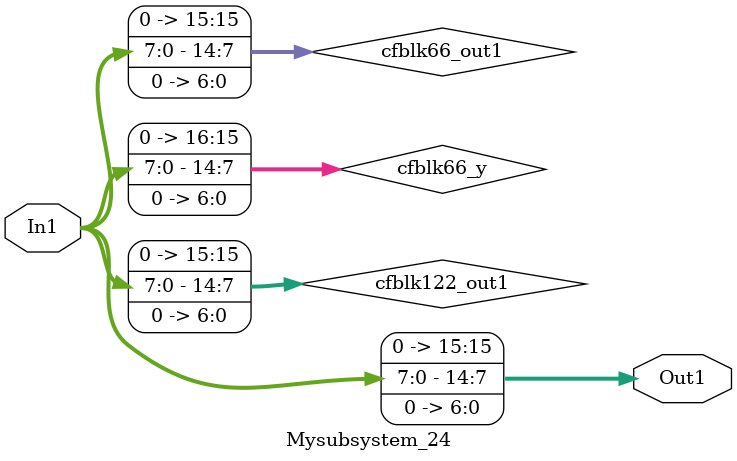
<source format=v>



`timescale 1 ns / 1 ns

module Mysubsystem_24
          (In1,
           Out1);


  input   [7:0] In1;  // uint8
  output  [15:0] Out1;  // ufix16_En7


  wire [15:0] cfblk122_out1;  // ufix16_En7
  wire [16:0] cfblk66_y;  // ufix17_En7
  wire [15:0] cfblk66_out1;  // ufix16_En7


  assign cfblk122_out1 = {1'b0, {In1, 7'b0000000}};



  assign cfblk66_y = {1'b0, cfblk122_out1};
  assign cfblk66_out1 = cfblk66_y[15:0];



  assign Out1 = cfblk66_out1;

endmodule  // Mysubsystem_24


</source>
